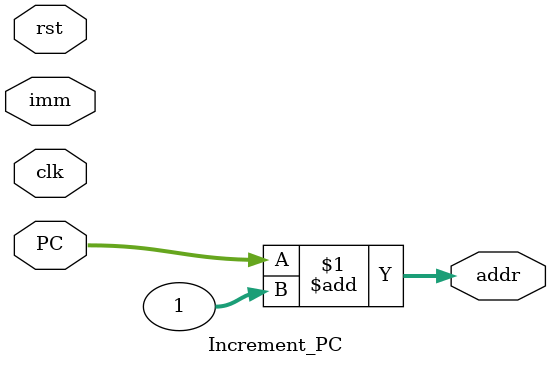
<source format=v>
`timescale 1ns / 1ps



module Increment_PC(input clk, rst, input [31:0] PC, imm, output [31:0] addr);
    assign addr = PC + 32'd1;
endmodule

</source>
